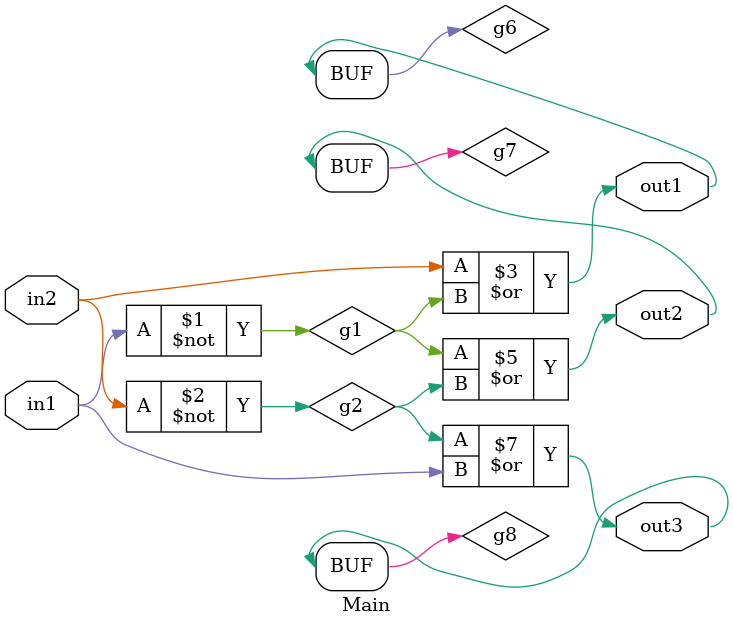
<source format=v>
module Main(in1, in2, out1, out2, out3);
  output out1, out2, out3;
  input in1, in2;  
  
  assign g1 = ~in1;
  assign g2 = ~in2;
  assign g3 = in2 ~| g1;
  assign g4 = g1 ~| g2;
  assign g5 = g2 ~| in1;
  assign g6 = ~g3;
  assign g7 = ~g4;
  assign g8 = ~g5;
  
  assign out1 = g6;
  assign out2 = g7;
  assign out3 = g8;
  
  endmodule

</source>
